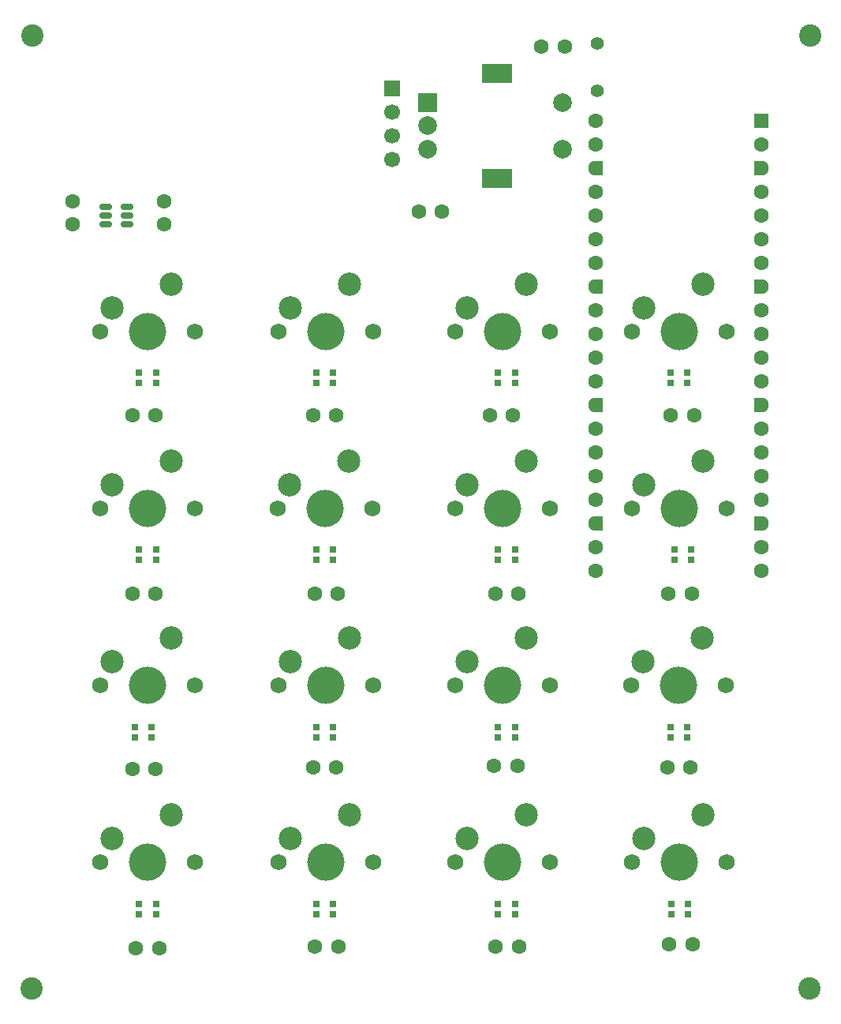
<source format=gbr>
%TF.GenerationSoftware,KiCad,Pcbnew,9.0.2*%
%TF.CreationDate,2025-06-11T10:15:39-07:00*%
%TF.ProjectId,west_workshop_2025,77657374-5f77-46f7-926b-73686f705f32,888*%
%TF.SameCoordinates,Original*%
%TF.FileFunction,Soldermask,Top*%
%TF.FilePolarity,Negative*%
%FSLAX46Y46*%
G04 Gerber Fmt 4.6, Leading zero omitted, Abs format (unit mm)*
G04 Created by KiCad (PCBNEW 9.0.2) date 2025-06-11 10:15:39*
%MOMM*%
%LPD*%
G01*
G04 APERTURE LIST*
G04 Aperture macros list*
%AMRoundRect*
0 Rectangle with rounded corners*
0 $1 Rounding radius*
0 $2 $3 $4 $5 $6 $7 $8 $9 X,Y pos of 4 corners*
0 Add a 4 corners polygon primitive as box body*
4,1,4,$2,$3,$4,$5,$6,$7,$8,$9,$2,$3,0*
0 Add four circle primitives for the rounded corners*
1,1,$1+$1,$2,$3*
1,1,$1+$1,$4,$5*
1,1,$1+$1,$6,$7*
1,1,$1+$1,$8,$9*
0 Add four rect primitives between the rounded corners*
20,1,$1+$1,$2,$3,$4,$5,0*
20,1,$1+$1,$4,$5,$6,$7,0*
20,1,$1+$1,$6,$7,$8,$9,0*
20,1,$1+$1,$8,$9,$2,$3,0*%
%AMFreePoly0*
4,1,37,0.603843,0.796157,0.639018,0.796157,0.711114,0.766294,0.766294,0.711114,0.796157,0.639018,0.796157,0.603843,0.800000,0.600000,0.800000,-0.600000,0.796157,-0.603843,0.796157,-0.639018,0.766294,-0.711114,0.711114,-0.766294,0.639018,-0.796157,0.603843,-0.796157,0.600000,-0.800000,0.000000,-0.800000,0.000000,-0.796148,-0.078414,-0.796148,-0.232228,-0.765552,-0.377117,-0.705537,
-0.507515,-0.618408,-0.618408,-0.507515,-0.705537,-0.377117,-0.765552,-0.232228,-0.796148,-0.078414,-0.796148,0.078414,-0.765552,0.232228,-0.705537,0.377117,-0.618408,0.507515,-0.507515,0.618408,-0.377117,0.705537,-0.232228,0.765552,-0.078414,0.796148,0.000000,0.796148,0.000000,0.800000,0.600000,0.800000,0.603843,0.796157,0.603843,0.796157,$1*%
%AMFreePoly1*
4,1,37,0.000000,0.796148,0.078414,0.796148,0.232228,0.765552,0.377117,0.705537,0.507515,0.618408,0.618408,0.507515,0.705537,0.377117,0.765552,0.232228,0.796148,0.078414,0.796148,-0.078414,0.765552,-0.232228,0.705537,-0.377117,0.618408,-0.507515,0.507515,-0.618408,0.377117,-0.705537,0.232228,-0.765552,0.078414,-0.796148,0.000000,-0.796148,0.000000,-0.800000,-0.600000,-0.800000,
-0.603843,-0.796157,-0.639018,-0.796157,-0.711114,-0.766294,-0.766294,-0.711114,-0.796157,-0.639018,-0.796157,-0.603843,-0.800000,-0.600000,-0.800000,0.600000,-0.796157,0.603843,-0.796157,0.639018,-0.766294,0.711114,-0.711114,0.766294,-0.639018,0.796157,-0.603843,0.796157,-0.600000,0.800000,0.000000,0.800000,0.000000,0.796148,0.000000,0.796148,$1*%
G04 Aperture macros list end*
%ADD10C,1.600000*%
%ADD11C,1.750000*%
%ADD12C,4.000000*%
%ADD13C,2.500000*%
%ADD14R,0.700000X0.700000*%
%ADD15C,2.400000*%
%ADD16RoundRect,0.150000X-0.512500X-0.150000X0.512500X-0.150000X0.512500X0.150000X-0.512500X0.150000X0*%
%ADD17R,1.700000X1.700000*%
%ADD18C,1.700000*%
%ADD19C,1.400000*%
%ADD20R,2.000000X2.000000*%
%ADD21C,2.000000*%
%ADD22R,3.200000X2.000000*%
%ADD23RoundRect,0.200000X0.600000X0.600000X-0.600000X0.600000X-0.600000X-0.600000X0.600000X-0.600000X0*%
%ADD24FreePoly0,180.000000*%
%ADD25FreePoly1,180.000000*%
G04 APERTURE END LIST*
D10*
%TO.C,C4*%
X85360000Y-80899921D03*
X85360000Y-83399921D03*
%TD*%
D11*
%TO.C,SW2*%
X78480000Y-94889921D03*
D12*
X83560000Y-94889921D03*
D11*
X88640000Y-94889921D03*
D13*
X79750000Y-92349921D03*
X86100000Y-89809921D03*
%TD*%
D10*
%TO.C,C3*%
X75497500Y-80929921D03*
X75497500Y-83429921D03*
%TD*%
D11*
%TO.C,SW9*%
X97560000Y-151849921D03*
D12*
X102640000Y-151849921D03*
D11*
X107720000Y-151849921D03*
D13*
X98830000Y-149309921D03*
X105180000Y-146769921D03*
%TD*%
D14*
%TO.C,D4*%
X82645000Y-156299921D03*
X82645000Y-157399921D03*
X84475000Y-157399921D03*
X84475000Y-156299921D03*
%TD*%
%TO.C,D10*%
X121145000Y-118299921D03*
X121145000Y-119399921D03*
X122975000Y-119399921D03*
X122975000Y-118299921D03*
%TD*%
D11*
%TO.C,SW13*%
X116560000Y-151849921D03*
D12*
X121640000Y-151849921D03*
D11*
X126720000Y-151849921D03*
D13*
X117830000Y-149309921D03*
X124180000Y-146769921D03*
%TD*%
D11*
%TO.C,SW15*%
X135560000Y-113849921D03*
D12*
X140640000Y-113849921D03*
D11*
X145720000Y-113849921D03*
D13*
X136830000Y-111309921D03*
X143180000Y-108769921D03*
%TD*%
D11*
%TO.C,SW8*%
X97560000Y-132849921D03*
D12*
X102640000Y-132849921D03*
D11*
X107720000Y-132849921D03*
D13*
X98830000Y-130309921D03*
X105180000Y-127769921D03*
%TD*%
D14*
%TO.C,D13*%
X139645000Y-99299921D03*
X139645000Y-100399921D03*
X141475000Y-100399921D03*
X141475000Y-99299921D03*
%TD*%
%TO.C,D11*%
X121145000Y-137299921D03*
X121145000Y-138399921D03*
X122975000Y-138399921D03*
X122975000Y-137299921D03*
%TD*%
D11*
%TO.C,SW3*%
X78480000Y-113849921D03*
D12*
X83560000Y-113849921D03*
D11*
X88640000Y-113849921D03*
D13*
X79750000Y-111309921D03*
X86100000Y-108769921D03*
%TD*%
D15*
%TO.C,H2*%
X154664042Y-63185764D03*
%TD*%
D11*
%TO.C,SW17*%
X135560000Y-151849921D03*
D12*
X140640000Y-151849921D03*
D11*
X145720000Y-151849921D03*
D13*
X136830000Y-149309921D03*
X143180000Y-146769921D03*
%TD*%
D14*
%TO.C,D8*%
X101645000Y-156299921D03*
X101645000Y-157399921D03*
X103475000Y-157399921D03*
X103475000Y-156299921D03*
%TD*%
D11*
%TO.C,SW11*%
X116560000Y-113849921D03*
D12*
X121640000Y-113849921D03*
D11*
X126720000Y-113849921D03*
D13*
X117830000Y-111309921D03*
X124180000Y-108769921D03*
%TD*%
D11*
%TO.C,SW16*%
X135480000Y-132849921D03*
D12*
X140560000Y-132849921D03*
D11*
X145640000Y-132849921D03*
D13*
X136750000Y-130309921D03*
X143100000Y-127769921D03*
%TD*%
D11*
%TO.C,SW10*%
X116560000Y-94889921D03*
D12*
X121640000Y-94889921D03*
D11*
X126720000Y-94889921D03*
D13*
X117830000Y-92349921D03*
X124180000Y-89809921D03*
%TD*%
D14*
%TO.C,D6*%
X101645000Y-118299921D03*
X101645000Y-119399921D03*
X103475000Y-119399921D03*
X103475000Y-118299921D03*
%TD*%
D11*
%TO.C,SW4*%
X78480000Y-132849921D03*
D12*
X83560000Y-132849921D03*
D11*
X88640000Y-132849921D03*
D13*
X79750000Y-130309921D03*
X86100000Y-127769921D03*
%TD*%
D11*
%TO.C,SW7*%
X97480000Y-113849921D03*
D12*
X102560000Y-113849921D03*
D11*
X107640000Y-113849921D03*
D13*
X98750000Y-111309921D03*
X105100000Y-108769921D03*
%TD*%
D14*
%TO.C,D14*%
X140060000Y-118299921D03*
X140060000Y-119399921D03*
X141890000Y-119399921D03*
X141890000Y-118299921D03*
%TD*%
%TO.C,D1*%
X82645000Y-99299921D03*
X82645000Y-100399921D03*
X84475000Y-100399921D03*
X84475000Y-99299921D03*
%TD*%
D15*
%TO.C,H3*%
X71060000Y-165349921D03*
%TD*%
D14*
%TO.C,D7*%
X101645000Y-137299921D03*
X101645000Y-138399921D03*
X103475000Y-138399921D03*
X103475000Y-137299921D03*
%TD*%
D11*
%TO.C,SW14*%
X135560000Y-94889921D03*
D12*
X140640000Y-94889921D03*
D11*
X145720000Y-94889921D03*
D13*
X136830000Y-92349921D03*
X143180000Y-89809921D03*
%TD*%
D14*
%TO.C,D5*%
X101645000Y-99299921D03*
X101645000Y-100399921D03*
X103475000Y-100399921D03*
X103475000Y-99299921D03*
%TD*%
%TO.C,D12*%
X121145000Y-156299921D03*
X121145000Y-157399921D03*
X122975000Y-157399921D03*
X122975000Y-156299921D03*
%TD*%
D15*
%TO.C,H1*%
X71164042Y-63185764D03*
%TD*%
D16*
%TO.C,U1*%
X79085000Y-81499921D03*
X79085000Y-82449921D03*
X79085000Y-83399921D03*
X81360000Y-83399921D03*
X81360000Y-82449921D03*
X81360000Y-81499921D03*
%TD*%
D10*
%TO.C,C1*%
X125810000Y-64349921D03*
X128310000Y-64349921D03*
%TD*%
D14*
%TO.C,D2*%
X82645000Y-118299921D03*
X82645000Y-119399921D03*
X84475000Y-119399921D03*
X84475000Y-118299921D03*
%TD*%
%TO.C,D16*%
X139725000Y-156299921D03*
X139725000Y-157399921D03*
X141555000Y-157399921D03*
X141555000Y-156299921D03*
%TD*%
D11*
%TO.C,SW6*%
X97560000Y-94889921D03*
D12*
X102640000Y-94889921D03*
D11*
X107720000Y-94889921D03*
D13*
X98830000Y-92349921D03*
X105180000Y-89809921D03*
%TD*%
D14*
%TO.C,D3*%
X82145000Y-137299921D03*
X82145000Y-138399921D03*
X83975000Y-138399921D03*
X83975000Y-137299921D03*
%TD*%
D11*
%TO.C,SW12*%
X116560000Y-132849921D03*
D12*
X121640000Y-132849921D03*
D11*
X126720000Y-132849921D03*
D13*
X117830000Y-130309921D03*
X124180000Y-127769921D03*
%TD*%
D11*
%TO.C,SW5*%
X78480000Y-151849921D03*
D12*
X83560000Y-151849921D03*
D11*
X88640000Y-151849921D03*
D13*
X79750000Y-149309921D03*
X86100000Y-146769921D03*
%TD*%
D17*
%TO.C,J1*%
X109785000Y-68849921D03*
D18*
X109785000Y-71389921D03*
X109785000Y-73929921D03*
X109785000Y-76469921D03*
%TD*%
D14*
%TO.C,D9*%
X121145000Y-99299921D03*
X121145000Y-100399921D03*
X122975000Y-100399921D03*
X122975000Y-99299921D03*
%TD*%
D19*
%TO.C,R1*%
X131810000Y-64049921D03*
X131810000Y-69129921D03*
%TD*%
D20*
%TO.C,SW1*%
X113560000Y-70349921D03*
D21*
X113560000Y-75349921D03*
X113560000Y-72849921D03*
D22*
X121060000Y-67249921D03*
X121060000Y-78449921D03*
D21*
X128060000Y-75349921D03*
X128060000Y-70349921D03*
%TD*%
D10*
%TO.C,C2*%
X115160000Y-82049921D03*
X112660000Y-82049921D03*
%TD*%
D14*
%TO.C,D15*%
X139645000Y-137299921D03*
X139645000Y-138399921D03*
X141475000Y-138399921D03*
X141475000Y-137299921D03*
%TD*%
D15*
%TO.C,H4*%
X154560000Y-165349921D03*
%TD*%
D10*
%TO.C,C10*%
X103960000Y-123049921D03*
X101460000Y-123049921D03*
%TD*%
%TO.C,C17*%
X84810000Y-161049921D03*
X82310000Y-161049921D03*
%TD*%
%TO.C,C12*%
X141960000Y-123049921D03*
X139460000Y-123049921D03*
%TD*%
%TO.C,C19*%
X123410000Y-160849921D03*
X120910000Y-160849921D03*
%TD*%
%TO.C,C6*%
X103810000Y-103849921D03*
X101310000Y-103849921D03*
%TD*%
%TO.C,C5*%
X84410000Y-103849921D03*
X81910000Y-103849921D03*
%TD*%
%TO.C,C8*%
X142210000Y-103849921D03*
X139710000Y-103849921D03*
%TD*%
%TO.C,C15*%
X123210000Y-141449921D03*
X120710000Y-141449921D03*
%TD*%
%TO.C,C16*%
X141810000Y-141649921D03*
X139310000Y-141649921D03*
%TD*%
%TO.C,C18*%
X104010000Y-160849921D03*
X101510000Y-160849921D03*
%TD*%
%TO.C,C7*%
X122760000Y-103849921D03*
X120260000Y-103849921D03*
%TD*%
D23*
%TO.C,A1*%
X149450000Y-72269921D03*
D10*
X149450000Y-74809921D03*
D24*
X149450000Y-77349921D03*
D10*
X149450000Y-79889921D03*
X149450000Y-82429921D03*
X149450000Y-84969921D03*
X149450000Y-87509921D03*
D24*
X149450000Y-90049921D03*
D10*
X149450000Y-92589921D03*
X149450000Y-95129921D03*
X149450000Y-97669921D03*
X149450000Y-100209921D03*
D24*
X149450000Y-102749921D03*
D10*
X149450000Y-105289921D03*
X149450000Y-107829921D03*
X149450000Y-110369921D03*
X149450000Y-112909921D03*
D24*
X149450000Y-115449921D03*
D10*
X149450000Y-117989921D03*
X149450000Y-120529921D03*
X131670000Y-120529921D03*
X131670000Y-117989921D03*
D25*
X131670000Y-115449921D03*
D10*
X131670000Y-112909921D03*
X131670000Y-110369921D03*
X131670000Y-107829921D03*
X131670000Y-105289921D03*
D25*
X131670000Y-102749921D03*
D10*
X131670000Y-100209921D03*
X131670000Y-97669921D03*
X131670000Y-95129921D03*
X131670000Y-92589921D03*
D25*
X131670000Y-90049921D03*
D10*
X131670000Y-87509921D03*
X131670000Y-84969921D03*
X131670000Y-82429921D03*
X131670000Y-79889921D03*
D25*
X131670000Y-77349921D03*
D10*
X131670000Y-74809921D03*
X131670000Y-72269921D03*
%TD*%
%TO.C,C14*%
X103810000Y-141649921D03*
X101310000Y-141649921D03*
%TD*%
%TO.C,C20*%
X142010000Y-160649921D03*
X139510000Y-160649921D03*
%TD*%
%TO.C,C13*%
X84410000Y-141849921D03*
X81910000Y-141849921D03*
%TD*%
%TO.C,C11*%
X123360000Y-123049921D03*
X120860000Y-123049921D03*
%TD*%
%TO.C,C9*%
X84410000Y-123049921D03*
X81910000Y-123049921D03*
%TD*%
M02*

</source>
